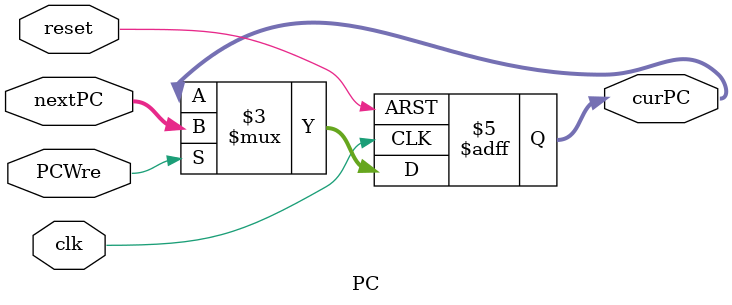
<source format=v>
`timescale 1ns / 1ps


module PC(
    input PCWre,
    input clk,
    input reset,
    input[31:0] nextPC,
    output reg [31:0] curPC
    );
    
    always@(posedge clk or negedge reset)begin
        if (!reset)
            curPC <= 0;
        else if (PCWre)
            curPC <= nextPC;
        end
endmodule

</source>
